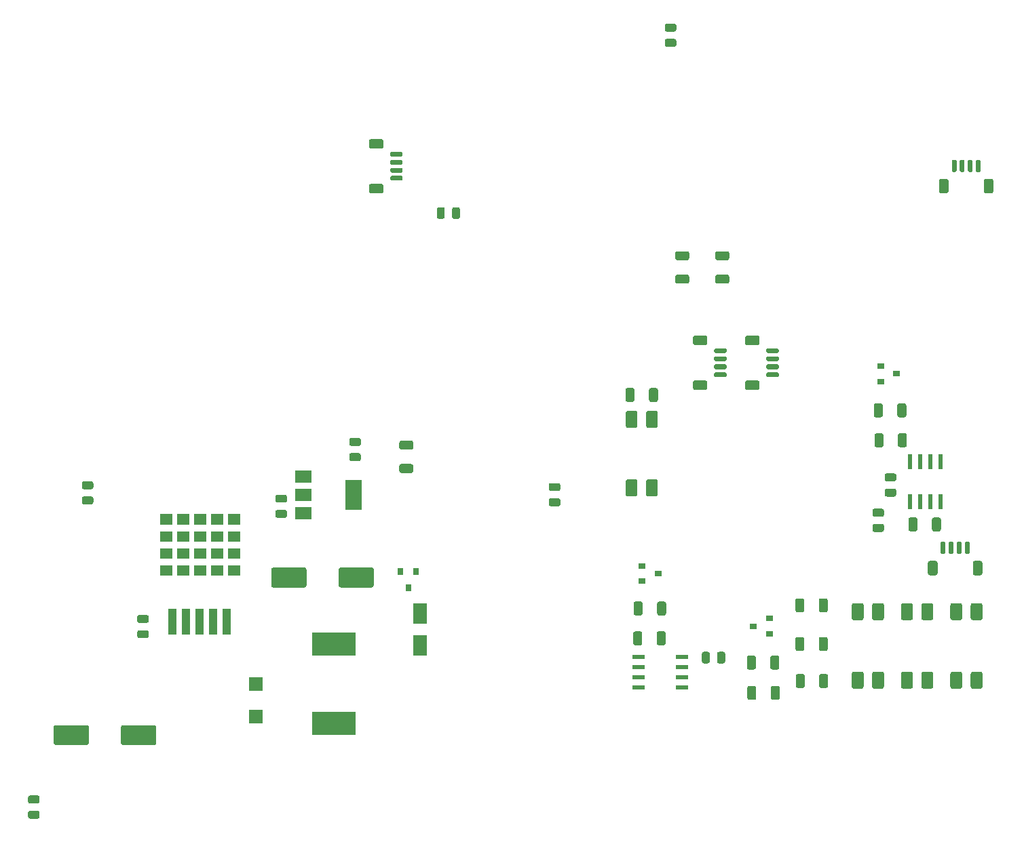
<source format=gbr>
%TF.GenerationSoftware,KiCad,Pcbnew,(5.1.9)-1*%
%TF.CreationDate,2022-03-17T08:19:33-06:00*%
%TF.ProjectId,AS13,41533133-2e6b-4696-9361-645f70636258,rev?*%
%TF.SameCoordinates,Original*%
%TF.FileFunction,Paste,Top*%
%TF.FilePolarity,Positive*%
%FSLAX46Y46*%
G04 Gerber Fmt 4.6, Leading zero omitted, Abs format (unit mm)*
G04 Created by KiCad (PCBNEW (5.1.9)-1) date 2022-03-17 08:19:33*
%MOMM*%
%LPD*%
G01*
G04 APERTURE LIST*
%ADD10C,0.010000*%
%ADD11R,0.900000X0.800000*%
%ADD12R,1.800000X1.800000*%
%ADD13R,0.530000X1.980000*%
%ADD14R,1.800000X2.500000*%
%ADD15R,2.000000X1.500000*%
%ADD16R,2.000000X3.800000*%
%ADD17R,1.050000X3.210000*%
%ADD18R,5.400000X2.900000*%
%ADD19R,1.550000X0.600000*%
%ADD20R,0.800000X0.900000*%
G04 APERTURE END LIST*
D10*
%TO.C,IC2*%
G36*
X75310000Y-136435000D02*
G01*
X75310000Y-135175000D01*
X76730000Y-135175000D01*
X76730000Y-136435000D01*
X75310000Y-136435000D01*
G37*
X75310000Y-136435000D02*
X75310000Y-135175000D01*
X76730000Y-135175000D01*
X76730000Y-136435000D01*
X75310000Y-136435000D01*
G36*
X73200000Y-136435000D02*
G01*
X73200000Y-135175000D01*
X74620000Y-135175000D01*
X74620000Y-136435000D01*
X73200000Y-136435000D01*
G37*
X73200000Y-136435000D02*
X73200000Y-135175000D01*
X74620000Y-135175000D01*
X74620000Y-136435000D01*
X73200000Y-136435000D01*
G36*
X66870000Y-134315000D02*
G01*
X66870000Y-133055000D01*
X68290000Y-133055000D01*
X68290000Y-134315000D01*
X66870000Y-134315000D01*
G37*
X66870000Y-134315000D02*
X66870000Y-133055000D01*
X68290000Y-133055000D01*
X68290000Y-134315000D01*
X66870000Y-134315000D01*
G36*
X66870000Y-136435000D02*
G01*
X66870000Y-135175000D01*
X68290000Y-135175000D01*
X68290000Y-136435000D01*
X66870000Y-136435000D01*
G37*
X66870000Y-136435000D02*
X66870000Y-135175000D01*
X68290000Y-135175000D01*
X68290000Y-136435000D01*
X66870000Y-136435000D01*
G36*
X68980000Y-136435000D02*
G01*
X68980000Y-135175000D01*
X70400000Y-135175000D01*
X70400000Y-136435000D01*
X68980000Y-136435000D01*
G37*
X68980000Y-136435000D02*
X68980000Y-135175000D01*
X70400000Y-135175000D01*
X70400000Y-136435000D01*
X68980000Y-136435000D01*
G36*
X68980000Y-134315000D02*
G01*
X68980000Y-133055000D01*
X70400000Y-133055000D01*
X70400000Y-134315000D01*
X68980000Y-134315000D01*
G37*
X68980000Y-134315000D02*
X68980000Y-133055000D01*
X70400000Y-133055000D01*
X70400000Y-134315000D01*
X68980000Y-134315000D01*
G36*
X75310000Y-134315000D02*
G01*
X75310000Y-133055000D01*
X76730000Y-133055000D01*
X76730000Y-134315000D01*
X75310000Y-134315000D01*
G37*
X75310000Y-134315000D02*
X75310000Y-133055000D01*
X76730000Y-133055000D01*
X76730000Y-134315000D01*
X75310000Y-134315000D01*
G36*
X73200000Y-134315000D02*
G01*
X73200000Y-133055000D01*
X74620000Y-133055000D01*
X74620000Y-134315000D01*
X73200000Y-134315000D01*
G37*
X73200000Y-134315000D02*
X73200000Y-133055000D01*
X74620000Y-133055000D01*
X74620000Y-134315000D01*
X73200000Y-134315000D01*
G36*
X75310000Y-130075000D02*
G01*
X75310000Y-128815000D01*
X76730000Y-128815000D01*
X76730000Y-130075000D01*
X75310000Y-130075000D01*
G37*
X75310000Y-130075000D02*
X75310000Y-128815000D01*
X76730000Y-128815000D01*
X76730000Y-130075000D01*
X75310000Y-130075000D01*
G36*
X73200000Y-130075000D02*
G01*
X73200000Y-128815000D01*
X74620000Y-128815000D01*
X74620000Y-130075000D01*
X73200000Y-130075000D01*
G37*
X73200000Y-130075000D02*
X73200000Y-128815000D01*
X74620000Y-128815000D01*
X74620000Y-130075000D01*
X73200000Y-130075000D01*
G36*
X66870000Y-130075000D02*
G01*
X66870000Y-128815000D01*
X68290000Y-128815000D01*
X68290000Y-130075000D01*
X66870000Y-130075000D01*
G37*
X66870000Y-130075000D02*
X66870000Y-128815000D01*
X68290000Y-128815000D01*
X68290000Y-130075000D01*
X66870000Y-130075000D01*
G36*
X68980000Y-130075000D02*
G01*
X68980000Y-128815000D01*
X70400000Y-128815000D01*
X70400000Y-130075000D01*
X68980000Y-130075000D01*
G37*
X68980000Y-130075000D02*
X68980000Y-128815000D01*
X70400000Y-128815000D01*
X70400000Y-130075000D01*
X68980000Y-130075000D01*
G36*
X75310000Y-132195000D02*
G01*
X75310000Y-130935000D01*
X76730000Y-130935000D01*
X76730000Y-132195000D01*
X75310000Y-132195000D01*
G37*
X75310000Y-132195000D02*
X75310000Y-130935000D01*
X76730000Y-130935000D01*
X76730000Y-132195000D01*
X75310000Y-132195000D01*
G36*
X73200000Y-132195000D02*
G01*
X73200000Y-130935000D01*
X74620000Y-130935000D01*
X74620000Y-132195000D01*
X73200000Y-132195000D01*
G37*
X73200000Y-132195000D02*
X73200000Y-130935000D01*
X74620000Y-130935000D01*
X74620000Y-132195000D01*
X73200000Y-132195000D01*
G36*
X66870000Y-132195000D02*
G01*
X66870000Y-130935000D01*
X68290000Y-130935000D01*
X68290000Y-132195000D01*
X66870000Y-132195000D01*
G37*
X66870000Y-132195000D02*
X66870000Y-130935000D01*
X68290000Y-130935000D01*
X68290000Y-132195000D01*
X66870000Y-132195000D01*
G36*
X68980000Y-132195000D02*
G01*
X68980000Y-130935000D01*
X70400000Y-130935000D01*
X70400000Y-132195000D01*
X68980000Y-132195000D01*
G37*
X68980000Y-132195000D02*
X68980000Y-130935000D01*
X70400000Y-130935000D01*
X70400000Y-132195000D01*
X68980000Y-132195000D01*
G36*
X71090000Y-136435000D02*
G01*
X71090000Y-135175000D01*
X72510000Y-135175000D01*
X72510000Y-136435000D01*
X71090000Y-136435000D01*
G37*
X71090000Y-136435000D02*
X71090000Y-135175000D01*
X72510000Y-135175000D01*
X72510000Y-136435000D01*
X71090000Y-136435000D01*
G36*
X71090000Y-134315000D02*
G01*
X71090000Y-133055000D01*
X72510000Y-133055000D01*
X72510000Y-134315000D01*
X71090000Y-134315000D01*
G37*
X71090000Y-134315000D02*
X71090000Y-133055000D01*
X72510000Y-133055000D01*
X72510000Y-134315000D01*
X71090000Y-134315000D01*
G36*
X71090000Y-130075000D02*
G01*
X71090000Y-128815000D01*
X72510000Y-128815000D01*
X72510000Y-130075000D01*
X71090000Y-130075000D01*
G37*
X71090000Y-130075000D02*
X71090000Y-128815000D01*
X72510000Y-128815000D01*
X72510000Y-130075000D01*
X71090000Y-130075000D01*
G36*
X71090000Y-132195000D02*
G01*
X71090000Y-130935000D01*
X72510000Y-130935000D01*
X72510000Y-132195000D01*
X71090000Y-132195000D01*
G37*
X71090000Y-132195000D02*
X71090000Y-130935000D01*
X72510000Y-130935000D01*
X72510000Y-132195000D01*
X71090000Y-132195000D01*
%TD*%
%TO.C,R12*%
G36*
G01*
X98200002Y-120750000D02*
X96949998Y-120750000D01*
G75*
G02*
X96700000Y-120500002I0J249998D01*
G01*
X96700000Y-119874998D01*
G75*
G02*
X96949998Y-119625000I249998J0D01*
G01*
X98200002Y-119625000D01*
G75*
G02*
X98450000Y-119874998I0J-249998D01*
G01*
X98450000Y-120500002D01*
G75*
G02*
X98200002Y-120750000I-249998J0D01*
G01*
G37*
G36*
G01*
X98200002Y-123675000D02*
X96949998Y-123675000D01*
G75*
G02*
X96700000Y-123425002I0J249998D01*
G01*
X96700000Y-122799998D01*
G75*
G02*
X96949998Y-122550000I249998J0D01*
G01*
X98200002Y-122550000D01*
G75*
G02*
X98450000Y-122799998I0J-249998D01*
G01*
X98450000Y-123425002D01*
G75*
G02*
X98200002Y-123675000I-249998J0D01*
G01*
G37*
%TD*%
%TO.C,R14*%
G36*
G01*
X142987600Y-147970402D02*
X142987600Y-146720398D01*
G75*
G02*
X143237598Y-146470400I249998J0D01*
G01*
X143862602Y-146470400D01*
G75*
G02*
X144112600Y-146720398I0J-249998D01*
G01*
X144112600Y-147970402D01*
G75*
G02*
X143862602Y-148220400I-249998J0D01*
G01*
X143237598Y-148220400D01*
G75*
G02*
X142987600Y-147970402I0J249998D01*
G01*
G37*
G36*
G01*
X140062600Y-147970402D02*
X140062600Y-146720398D01*
G75*
G02*
X140312598Y-146470400I249998J0D01*
G01*
X140937602Y-146470400D01*
G75*
G02*
X141187600Y-146720398I0J-249998D01*
G01*
X141187600Y-147970402D01*
G75*
G02*
X140937602Y-148220400I-249998J0D01*
G01*
X140312598Y-148220400D01*
G75*
G02*
X140062600Y-147970402I0J249998D01*
G01*
G37*
%TD*%
%TO.C,R13*%
G36*
G01*
X143038400Y-151755002D02*
X143038400Y-150504998D01*
G75*
G02*
X143288398Y-150255000I249998J0D01*
G01*
X143913402Y-150255000D01*
G75*
G02*
X144163400Y-150504998I0J-249998D01*
G01*
X144163400Y-151755002D01*
G75*
G02*
X143913402Y-152005000I-249998J0D01*
G01*
X143288398Y-152005000D01*
G75*
G02*
X143038400Y-151755002I0J249998D01*
G01*
G37*
G36*
G01*
X140113400Y-151755002D02*
X140113400Y-150504998D01*
G75*
G02*
X140363398Y-150255000I249998J0D01*
G01*
X140988402Y-150255000D01*
G75*
G02*
X141238400Y-150504998I0J-249998D01*
G01*
X141238400Y-151755002D01*
G75*
G02*
X140988402Y-152005000I-249998J0D01*
G01*
X140363398Y-152005000D01*
G75*
G02*
X140113400Y-151755002I0J249998D01*
G01*
G37*
%TD*%
%TO.C,R9*%
G36*
G01*
X128865200Y-141214002D02*
X128865200Y-139963998D01*
G75*
G02*
X129115198Y-139714000I249998J0D01*
G01*
X129740202Y-139714000D01*
G75*
G02*
X129990200Y-139963998I0J-249998D01*
G01*
X129990200Y-141214002D01*
G75*
G02*
X129740202Y-141464000I-249998J0D01*
G01*
X129115198Y-141464000D01*
G75*
G02*
X128865200Y-141214002I0J249998D01*
G01*
G37*
G36*
G01*
X125940200Y-141214002D02*
X125940200Y-139963998D01*
G75*
G02*
X126190198Y-139714000I249998J0D01*
G01*
X126815202Y-139714000D01*
G75*
G02*
X127065200Y-139963998I0J-249998D01*
G01*
X127065200Y-141214002D01*
G75*
G02*
X126815202Y-141464000I-249998J0D01*
G01*
X126190198Y-141464000D01*
G75*
G02*
X125940200Y-141214002I0J249998D01*
G01*
G37*
%TD*%
%TO.C,R8*%
G36*
G01*
X128814400Y-144947802D02*
X128814400Y-143697798D01*
G75*
G02*
X129064398Y-143447800I249998J0D01*
G01*
X129689402Y-143447800D01*
G75*
G02*
X129939400Y-143697798I0J-249998D01*
G01*
X129939400Y-144947802D01*
G75*
G02*
X129689402Y-145197800I-249998J0D01*
G01*
X129064398Y-145197800D01*
G75*
G02*
X128814400Y-144947802I0J249998D01*
G01*
G37*
G36*
G01*
X125889400Y-144947802D02*
X125889400Y-143697798D01*
G75*
G02*
X126139398Y-143447800I249998J0D01*
G01*
X126764402Y-143447800D01*
G75*
G02*
X127014400Y-143697798I0J-249998D01*
G01*
X127014400Y-144947802D01*
G75*
G02*
X126764402Y-145197800I-249998J0D01*
G01*
X126139398Y-145197800D01*
G75*
G02*
X125889400Y-144947802I0J249998D01*
G01*
G37*
%TD*%
%TO.C,R7*%
G36*
G01*
X158837200Y-116474402D02*
X158837200Y-115224398D01*
G75*
G02*
X159087198Y-114974400I249998J0D01*
G01*
X159712202Y-114974400D01*
G75*
G02*
X159962200Y-115224398I0J-249998D01*
G01*
X159962200Y-116474402D01*
G75*
G02*
X159712202Y-116724400I-249998J0D01*
G01*
X159087198Y-116724400D01*
G75*
G02*
X158837200Y-116474402I0J249998D01*
G01*
G37*
G36*
G01*
X155912200Y-116474402D02*
X155912200Y-115224398D01*
G75*
G02*
X156162198Y-114974400I249998J0D01*
G01*
X156787202Y-114974400D01*
G75*
G02*
X157037200Y-115224398I0J-249998D01*
G01*
X157037200Y-116474402D01*
G75*
G02*
X156787202Y-116724400I-249998J0D01*
G01*
X156162198Y-116724400D01*
G75*
G02*
X155912200Y-116474402I0J249998D01*
G01*
G37*
%TD*%
%TO.C,R6*%
G36*
G01*
X158913400Y-120208202D02*
X158913400Y-118958198D01*
G75*
G02*
X159163398Y-118708200I249998J0D01*
G01*
X159788402Y-118708200D01*
G75*
G02*
X160038400Y-118958198I0J-249998D01*
G01*
X160038400Y-120208202D01*
G75*
G02*
X159788402Y-120458200I-249998J0D01*
G01*
X159163398Y-120458200D01*
G75*
G02*
X158913400Y-120208202I0J249998D01*
G01*
G37*
G36*
G01*
X155988400Y-120208202D02*
X155988400Y-118958198D01*
G75*
G02*
X156238398Y-118708200I249998J0D01*
G01*
X156863402Y-118708200D01*
G75*
G02*
X157113400Y-118958198I0J-249998D01*
G01*
X157113400Y-120208202D01*
G75*
G02*
X156863402Y-120458200I-249998J0D01*
G01*
X156238398Y-120458200D01*
G75*
G02*
X155988400Y-120208202I0J249998D01*
G01*
G37*
%TD*%
D11*
%TO.C,D6*%
X140884400Y-142798800D03*
X142884400Y-141848800D03*
X142884400Y-143748800D03*
%TD*%
%TO.C,D2*%
X158759400Y-111277400D03*
X156759400Y-112227400D03*
X156759400Y-110327400D03*
%TD*%
%TO.C,D1*%
X128990600Y-136220200D03*
X126990600Y-137170200D03*
X126990600Y-135270200D03*
%TD*%
%TO.C,R3*%
G36*
G01*
X149041600Y-140823402D02*
X149041600Y-139573398D01*
G75*
G02*
X149291598Y-139323400I249998J0D01*
G01*
X149916602Y-139323400D01*
G75*
G02*
X150166600Y-139573398I0J-249998D01*
G01*
X150166600Y-140823402D01*
G75*
G02*
X149916602Y-141073400I-249998J0D01*
G01*
X149291598Y-141073400D01*
G75*
G02*
X149041600Y-140823402I0J249998D01*
G01*
G37*
G36*
G01*
X146116600Y-140823402D02*
X146116600Y-139573398D01*
G75*
G02*
X146366598Y-139323400I249998J0D01*
G01*
X146991602Y-139323400D01*
G75*
G02*
X147241600Y-139573398I0J-249998D01*
G01*
X147241600Y-140823402D01*
G75*
G02*
X146991602Y-141073400I-249998J0D01*
G01*
X146366598Y-141073400D01*
G75*
G02*
X146116600Y-140823402I0J249998D01*
G01*
G37*
%TD*%
%TO.C,R2*%
G36*
G01*
X149041600Y-145649402D02*
X149041600Y-144399398D01*
G75*
G02*
X149291598Y-144149400I249998J0D01*
G01*
X149916602Y-144149400D01*
G75*
G02*
X150166600Y-144399398I0J-249998D01*
G01*
X150166600Y-145649402D01*
G75*
G02*
X149916602Y-145899400I-249998J0D01*
G01*
X149291598Y-145899400D01*
G75*
G02*
X149041600Y-145649402I0J249998D01*
G01*
G37*
G36*
G01*
X146116600Y-145649402D02*
X146116600Y-144399398D01*
G75*
G02*
X146366598Y-144149400I249998J0D01*
G01*
X146991602Y-144149400D01*
G75*
G02*
X147241600Y-144399398I0J-249998D01*
G01*
X147241600Y-145649402D01*
G75*
G02*
X146991602Y-145899400I-249998J0D01*
G01*
X146366598Y-145899400D01*
G75*
G02*
X146116600Y-145649402I0J249998D01*
G01*
G37*
%TD*%
%TO.C,R1*%
G36*
G01*
X149092400Y-150272202D02*
X149092400Y-149022198D01*
G75*
G02*
X149342398Y-148772200I249998J0D01*
G01*
X149967402Y-148772200D01*
G75*
G02*
X150217400Y-149022198I0J-249998D01*
G01*
X150217400Y-150272202D01*
G75*
G02*
X149967402Y-150522200I-249998J0D01*
G01*
X149342398Y-150522200D01*
G75*
G02*
X149092400Y-150272202I0J249998D01*
G01*
G37*
G36*
G01*
X146167400Y-150272202D02*
X146167400Y-149022198D01*
G75*
G02*
X146417398Y-148772200I249998J0D01*
G01*
X147042402Y-148772200D01*
G75*
G02*
X147292400Y-149022198I0J-249998D01*
G01*
X147292400Y-150272202D01*
G75*
G02*
X147042402Y-150522200I-249998J0D01*
G01*
X146417398Y-150522200D01*
G75*
G02*
X146167400Y-150272202I0J249998D01*
G01*
G37*
%TD*%
%TO.C,R11*%
G36*
G01*
X131374997Y-98900000D02*
X132625003Y-98900000D01*
G75*
G02*
X132875000Y-99149997I0J-249997D01*
G01*
X132875000Y-99775003D01*
G75*
G02*
X132625003Y-100025000I-249997J0D01*
G01*
X131374997Y-100025000D01*
G75*
G02*
X131125000Y-99775003I0J249997D01*
G01*
X131125000Y-99149997D01*
G75*
G02*
X131374997Y-98900000I249997J0D01*
G01*
G37*
G36*
G01*
X131374997Y-95975000D02*
X132625003Y-95975000D01*
G75*
G02*
X132875000Y-96224997I0J-249997D01*
G01*
X132875000Y-96850003D01*
G75*
G02*
X132625003Y-97100000I-249997J0D01*
G01*
X131374997Y-97100000D01*
G75*
G02*
X131125000Y-96850003I0J249997D01*
G01*
X131125000Y-96224997D01*
G75*
G02*
X131374997Y-95975000I249997J0D01*
G01*
G37*
%TD*%
%TO.C,R10*%
G36*
G01*
X136374997Y-98900000D02*
X137625003Y-98900000D01*
G75*
G02*
X137875000Y-99149997I0J-249997D01*
G01*
X137875000Y-99775003D01*
G75*
G02*
X137625003Y-100025000I-249997J0D01*
G01*
X136374997Y-100025000D01*
G75*
G02*
X136125000Y-99775003I0J249997D01*
G01*
X136125000Y-99149997D01*
G75*
G02*
X136374997Y-98900000I249997J0D01*
G01*
G37*
G36*
G01*
X136374997Y-95975000D02*
X137625003Y-95975000D01*
G75*
G02*
X137875000Y-96224997I0J-249997D01*
G01*
X137875000Y-96850003D01*
G75*
G02*
X137625003Y-97100000I-249997J0D01*
G01*
X136374997Y-97100000D01*
G75*
G02*
X136125000Y-96850003I0J249997D01*
G01*
X136125000Y-96224997D01*
G75*
G02*
X136374997Y-95975000I249997J0D01*
G01*
G37*
%TD*%
%TO.C,C2*%
G36*
G01*
X50625000Y-165850000D02*
X51575000Y-165850000D01*
G75*
G02*
X51825000Y-166100000I0J-250000D01*
G01*
X51825000Y-166600000D01*
G75*
G02*
X51575000Y-166850000I-250000J0D01*
G01*
X50625000Y-166850000D01*
G75*
G02*
X50375000Y-166600000I0J250000D01*
G01*
X50375000Y-166100000D01*
G75*
G02*
X50625000Y-165850000I250000J0D01*
G01*
G37*
G36*
G01*
X50625000Y-163950000D02*
X51575000Y-163950000D01*
G75*
G02*
X51825000Y-164200000I0J-250000D01*
G01*
X51825000Y-164700000D01*
G75*
G02*
X51575000Y-164950000I-250000J0D01*
G01*
X50625000Y-164950000D01*
G75*
G02*
X50375000Y-164700000I0J250000D01*
G01*
X50375000Y-164200000D01*
G75*
G02*
X50625000Y-163950000I250000J0D01*
G01*
G37*
%TD*%
%TO.C,J2*%
G36*
G01*
X163852500Y-134892899D02*
X163852500Y-136192901D01*
G75*
G02*
X163602501Y-136442900I-249999J0D01*
G01*
X162902499Y-136442900D01*
G75*
G02*
X162652500Y-136192901I0J249999D01*
G01*
X162652500Y-134892899D01*
G75*
G02*
X162902499Y-134642900I249999J0D01*
G01*
X163602501Y-134642900D01*
G75*
G02*
X163852500Y-134892899I0J-249999D01*
G01*
G37*
G36*
G01*
X169452500Y-134892899D02*
X169452500Y-136192901D01*
G75*
G02*
X169202501Y-136442900I-249999J0D01*
G01*
X168502499Y-136442900D01*
G75*
G02*
X168252500Y-136192901I0J249999D01*
G01*
X168252500Y-134892899D01*
G75*
G02*
X168502499Y-134642900I249999J0D01*
G01*
X169202501Y-134642900D01*
G75*
G02*
X169452500Y-134892899I0J-249999D01*
G01*
G37*
G36*
G01*
X164852500Y-132392900D02*
X164852500Y-133642900D01*
G75*
G02*
X164702500Y-133792900I-150000J0D01*
G01*
X164402500Y-133792900D01*
G75*
G02*
X164252500Y-133642900I0J150000D01*
G01*
X164252500Y-132392900D01*
G75*
G02*
X164402500Y-132242900I150000J0D01*
G01*
X164702500Y-132242900D01*
G75*
G02*
X164852500Y-132392900I0J-150000D01*
G01*
G37*
G36*
G01*
X165852500Y-132392900D02*
X165852500Y-133642900D01*
G75*
G02*
X165702500Y-133792900I-150000J0D01*
G01*
X165402500Y-133792900D01*
G75*
G02*
X165252500Y-133642900I0J150000D01*
G01*
X165252500Y-132392900D01*
G75*
G02*
X165402500Y-132242900I150000J0D01*
G01*
X165702500Y-132242900D01*
G75*
G02*
X165852500Y-132392900I0J-150000D01*
G01*
G37*
G36*
G01*
X166852500Y-132392900D02*
X166852500Y-133642900D01*
G75*
G02*
X166702500Y-133792900I-150000J0D01*
G01*
X166402500Y-133792900D01*
G75*
G02*
X166252500Y-133642900I0J150000D01*
G01*
X166252500Y-132392900D01*
G75*
G02*
X166402500Y-132242900I150000J0D01*
G01*
X166702500Y-132242900D01*
G75*
G02*
X166852500Y-132392900I0J-150000D01*
G01*
G37*
G36*
G01*
X167852500Y-132392900D02*
X167852500Y-133642900D01*
G75*
G02*
X167702500Y-133792900I-150000J0D01*
G01*
X167402500Y-133792900D01*
G75*
G02*
X167252500Y-133642900I0J150000D01*
G01*
X167252500Y-132392900D01*
G75*
G02*
X167402500Y-132242900I150000J0D01*
G01*
X167702500Y-132242900D01*
G75*
G02*
X167852500Y-132392900I0J-150000D01*
G01*
G37*
%TD*%
%TO.C,C5*%
G36*
G01*
X156939000Y-129130400D02*
X155989000Y-129130400D01*
G75*
G02*
X155739000Y-128880400I0J250000D01*
G01*
X155739000Y-128380400D01*
G75*
G02*
X155989000Y-128130400I250000J0D01*
G01*
X156939000Y-128130400D01*
G75*
G02*
X157189000Y-128380400I0J-250000D01*
G01*
X157189000Y-128880400D01*
G75*
G02*
X156939000Y-129130400I-250000J0D01*
G01*
G37*
G36*
G01*
X156939000Y-131030400D02*
X155989000Y-131030400D01*
G75*
G02*
X155739000Y-130780400I0J250000D01*
G01*
X155739000Y-130280400D01*
G75*
G02*
X155989000Y-130030400I250000J0D01*
G01*
X156939000Y-130030400D01*
G75*
G02*
X157189000Y-130280400I0J-250000D01*
G01*
X157189000Y-130780400D01*
G75*
G02*
X156939000Y-131030400I-250000J0D01*
G01*
G37*
%TD*%
D12*
%TO.C,D3*%
X78779000Y-150055200D03*
X78779000Y-154055200D03*
%TD*%
D13*
%TO.C,U1*%
X164235160Y-127227420D03*
X162965160Y-127227420D03*
X161695160Y-127227420D03*
X160425160Y-127227420D03*
X160425160Y-122297420D03*
X161695160Y-122297420D03*
X162965160Y-122297420D03*
X164235160Y-122297420D03*
%TD*%
%TO.C,C6*%
G36*
G01*
X82440800Y-127377800D02*
X81490800Y-127377800D01*
G75*
G02*
X81240800Y-127127800I0J250000D01*
G01*
X81240800Y-126627800D01*
G75*
G02*
X81490800Y-126377800I250000J0D01*
G01*
X82440800Y-126377800D01*
G75*
G02*
X82690800Y-126627800I0J-250000D01*
G01*
X82690800Y-127127800D01*
G75*
G02*
X82440800Y-127377800I-250000J0D01*
G01*
G37*
G36*
G01*
X82440800Y-129277800D02*
X81490800Y-129277800D01*
G75*
G02*
X81240800Y-129027800I0J250000D01*
G01*
X81240800Y-128527800D01*
G75*
G02*
X81490800Y-128277800I250000J0D01*
G01*
X82440800Y-128277800D01*
G75*
G02*
X82690800Y-128527800I0J-250000D01*
G01*
X82690800Y-129027800D01*
G75*
G02*
X82440800Y-129277800I-250000J0D01*
G01*
G37*
%TD*%
D14*
%TO.C,D5*%
X99260660Y-141184640D03*
X99260660Y-145184640D03*
%TD*%
D15*
%TO.C,IC1*%
X84708600Y-124130800D03*
X84708600Y-128730800D03*
X84708600Y-126430800D03*
D16*
X91008600Y-126430800D03*
%TD*%
D17*
%TO.C,IC2*%
X75200000Y-142255000D03*
X73500000Y-142255000D03*
X71800000Y-142255000D03*
X70100000Y-142255000D03*
X68400000Y-142255000D03*
%TD*%
%TO.C,C8*%
G36*
G01*
X65200000Y-142400000D02*
X64250000Y-142400000D01*
G75*
G02*
X64000000Y-142150000I0J250000D01*
G01*
X64000000Y-141650000D01*
G75*
G02*
X64250000Y-141400000I250000J0D01*
G01*
X65200000Y-141400000D01*
G75*
G02*
X65450000Y-141650000I0J-250000D01*
G01*
X65450000Y-142150000D01*
G75*
G02*
X65200000Y-142400000I-250000J0D01*
G01*
G37*
G36*
G01*
X65200000Y-144300000D02*
X64250000Y-144300000D01*
G75*
G02*
X64000000Y-144050000I0J250000D01*
G01*
X64000000Y-143550000D01*
G75*
G02*
X64250000Y-143300000I250000J0D01*
G01*
X65200000Y-143300000D01*
G75*
G02*
X65450000Y-143550000I0J-250000D01*
G01*
X65450000Y-144050000D01*
G75*
G02*
X65200000Y-144300000I-250000J0D01*
G01*
G37*
%TD*%
D18*
%TO.C,L1*%
X88544400Y-145026600D03*
X88544400Y-154926600D03*
%TD*%
%TO.C,C11*%
G36*
G01*
X85122000Y-135717800D02*
X85122000Y-137717800D01*
G75*
G02*
X84872000Y-137967800I-250000J0D01*
G01*
X80972000Y-137967800D01*
G75*
G02*
X80722000Y-137717800I0J250000D01*
G01*
X80722000Y-135717800D01*
G75*
G02*
X80972000Y-135467800I250000J0D01*
G01*
X84872000Y-135467800D01*
G75*
G02*
X85122000Y-135717800I0J-250000D01*
G01*
G37*
G36*
G01*
X93522000Y-135717800D02*
X93522000Y-137717800D01*
G75*
G02*
X93272000Y-137967800I-250000J0D01*
G01*
X89372000Y-137967800D01*
G75*
G02*
X89122000Y-137717800I0J250000D01*
G01*
X89122000Y-135717800D01*
G75*
G02*
X89372000Y-135467800I250000J0D01*
G01*
X93272000Y-135467800D01*
G75*
G02*
X93522000Y-135717800I0J-250000D01*
G01*
G37*
%TD*%
%TO.C,C9*%
G36*
G01*
X57969400Y-155402800D02*
X57969400Y-157402800D01*
G75*
G02*
X57719400Y-157652800I-250000J0D01*
G01*
X53819400Y-157652800D01*
G75*
G02*
X53569400Y-157402800I0J250000D01*
G01*
X53569400Y-155402800D01*
G75*
G02*
X53819400Y-155152800I250000J0D01*
G01*
X57719400Y-155152800D01*
G75*
G02*
X57969400Y-155402800I0J-250000D01*
G01*
G37*
G36*
G01*
X66369400Y-155402800D02*
X66369400Y-157402800D01*
G75*
G02*
X66119400Y-157652800I-250000J0D01*
G01*
X62219400Y-157652800D01*
G75*
G02*
X61969400Y-157402800I0J250000D01*
G01*
X61969400Y-155402800D01*
G75*
G02*
X62219400Y-155152800I250000J0D01*
G01*
X66119400Y-155152800D01*
G75*
G02*
X66369400Y-155402800I0J-250000D01*
G01*
G37*
%TD*%
%TO.C,R4*%
G36*
G01*
X127850000Y-114550003D02*
X127850000Y-113299997D01*
G75*
G02*
X128099997Y-113050000I249997J0D01*
G01*
X128725003Y-113050000D01*
G75*
G02*
X128975000Y-113299997I0J-249997D01*
G01*
X128975000Y-114550003D01*
G75*
G02*
X128725003Y-114800000I-249997J0D01*
G01*
X128099997Y-114800000D01*
G75*
G02*
X127850000Y-114550003I0J249997D01*
G01*
G37*
G36*
G01*
X124925000Y-114550003D02*
X124925000Y-113299997D01*
G75*
G02*
X125174997Y-113050000I249997J0D01*
G01*
X125800003Y-113050000D01*
G75*
G02*
X126050000Y-113299997I0J-249997D01*
G01*
X126050000Y-114550003D01*
G75*
G02*
X125800003Y-114800000I-249997J0D01*
G01*
X125174997Y-114800000D01*
G75*
G02*
X124925000Y-114550003I0J249997D01*
G01*
G37*
%TD*%
%TO.C,R5*%
G36*
G01*
X161355200Y-129473557D02*
X161355200Y-130723563D01*
G75*
G02*
X161105203Y-130973560I-249997J0D01*
G01*
X160480197Y-130973560D01*
G75*
G02*
X160230200Y-130723563I0J249997D01*
G01*
X160230200Y-129473557D01*
G75*
G02*
X160480197Y-129223560I249997J0D01*
G01*
X161105203Y-129223560D01*
G75*
G02*
X161355200Y-129473557I0J-249997D01*
G01*
G37*
G36*
G01*
X164280200Y-129473557D02*
X164280200Y-130723563D01*
G75*
G02*
X164030203Y-130973560I-249997J0D01*
G01*
X163405197Y-130973560D01*
G75*
G02*
X163155200Y-130723563I0J249997D01*
G01*
X163155200Y-129473557D01*
G75*
G02*
X163405197Y-129223560I249997J0D01*
G01*
X164030203Y-129223560D01*
G75*
G02*
X164280200Y-129473557I0J-249997D01*
G01*
G37*
%TD*%
%TO.C,U5*%
G36*
G01*
X127746400Y-124455000D02*
X128693600Y-124455000D01*
G75*
G02*
X128960000Y-124721400I0J-266400D01*
G01*
X128960000Y-126338600D01*
G75*
G02*
X128693600Y-126605000I-266400J0D01*
G01*
X127746400Y-126605000D01*
G75*
G02*
X127480000Y-126338600I0J266400D01*
G01*
X127480000Y-124721400D01*
G75*
G02*
X127746400Y-124455000I266400J0D01*
G01*
G37*
G36*
G01*
X125206400Y-124455000D02*
X126153600Y-124455000D01*
G75*
G02*
X126420000Y-124721400I0J-266400D01*
G01*
X126420000Y-126338600D01*
G75*
G02*
X126153600Y-126605000I-266400J0D01*
G01*
X125206400Y-126605000D01*
G75*
G02*
X124940000Y-126338600I0J266400D01*
G01*
X124940000Y-124721400D01*
G75*
G02*
X125206400Y-124455000I266400J0D01*
G01*
G37*
G36*
G01*
X125206400Y-115895000D02*
X126153600Y-115895000D01*
G75*
G02*
X126420000Y-116161400I0J-266400D01*
G01*
X126420000Y-117778600D01*
G75*
G02*
X126153600Y-118045000I-266400J0D01*
G01*
X125206400Y-118045000D01*
G75*
G02*
X124940000Y-117778600I0J266400D01*
G01*
X124940000Y-116161400D01*
G75*
G02*
X125206400Y-115895000I266400J0D01*
G01*
G37*
G36*
G01*
X127746400Y-115895000D02*
X128693600Y-115895000D01*
G75*
G02*
X128960000Y-116161400I0J-266400D01*
G01*
X128960000Y-117778600D01*
G75*
G02*
X128693600Y-118045000I-266400J0D01*
G01*
X127746400Y-118045000D01*
G75*
G02*
X127480000Y-117778600I0J266400D01*
G01*
X127480000Y-116161400D01*
G75*
G02*
X127746400Y-115895000I266400J0D01*
G01*
G37*
%TD*%
%TO.C,C4*%
G36*
G01*
X136350000Y-147200000D02*
X136350000Y-146250000D01*
G75*
G02*
X136600000Y-146000000I250000J0D01*
G01*
X137100000Y-146000000D01*
G75*
G02*
X137350000Y-146250000I0J-250000D01*
G01*
X137350000Y-147200000D01*
G75*
G02*
X137100000Y-147450000I-250000J0D01*
G01*
X136600000Y-147450000D01*
G75*
G02*
X136350000Y-147200000I0J250000D01*
G01*
G37*
G36*
G01*
X134450000Y-147200000D02*
X134450000Y-146250000D01*
G75*
G02*
X134700000Y-146000000I250000J0D01*
G01*
X135200000Y-146000000D01*
G75*
G02*
X135450000Y-146250000I0J-250000D01*
G01*
X135450000Y-147200000D01*
G75*
G02*
X135200000Y-147450000I-250000J0D01*
G01*
X134700000Y-147450000D01*
G75*
G02*
X134450000Y-147200000I0J250000D01*
G01*
G37*
%TD*%
%TO.C,C3*%
G36*
G01*
X57335400Y-126601400D02*
X58285400Y-126601400D01*
G75*
G02*
X58535400Y-126851400I0J-250000D01*
G01*
X58535400Y-127351400D01*
G75*
G02*
X58285400Y-127601400I-250000J0D01*
G01*
X57335400Y-127601400D01*
G75*
G02*
X57085400Y-127351400I0J250000D01*
G01*
X57085400Y-126851400D01*
G75*
G02*
X57335400Y-126601400I250000J0D01*
G01*
G37*
G36*
G01*
X57335400Y-124701400D02*
X58285400Y-124701400D01*
G75*
G02*
X58535400Y-124951400I0J-250000D01*
G01*
X58535400Y-125451400D01*
G75*
G02*
X58285400Y-125701400I-250000J0D01*
G01*
X57335400Y-125701400D01*
G75*
G02*
X57085400Y-125451400I0J250000D01*
G01*
X57085400Y-124951400D01*
G75*
G02*
X57335400Y-124701400I250000J0D01*
G01*
G37*
%TD*%
D19*
%TO.C,U6*%
X131950000Y-150430000D03*
X131950000Y-149160000D03*
X131950000Y-146620000D03*
X126550000Y-150430000D03*
X126550000Y-149160000D03*
X126550000Y-146620000D03*
X131950000Y-147890000D03*
X126550000Y-147890000D03*
%TD*%
%TO.C,U3*%
G36*
G01*
X160515600Y-142063000D02*
X159568400Y-142063000D01*
G75*
G02*
X159302000Y-141796600I0J266400D01*
G01*
X159302000Y-140179400D01*
G75*
G02*
X159568400Y-139913000I266400J0D01*
G01*
X160515600Y-139913000D01*
G75*
G02*
X160782000Y-140179400I0J-266400D01*
G01*
X160782000Y-141796600D01*
G75*
G02*
X160515600Y-142063000I-266400J0D01*
G01*
G37*
G36*
G01*
X163055600Y-142063000D02*
X162108400Y-142063000D01*
G75*
G02*
X161842000Y-141796600I0J266400D01*
G01*
X161842000Y-140179400D01*
G75*
G02*
X162108400Y-139913000I266400J0D01*
G01*
X163055600Y-139913000D01*
G75*
G02*
X163322000Y-140179400I0J-266400D01*
G01*
X163322000Y-141796600D01*
G75*
G02*
X163055600Y-142063000I-266400J0D01*
G01*
G37*
G36*
G01*
X163055600Y-150623000D02*
X162108400Y-150623000D01*
G75*
G02*
X161842000Y-150356600I0J266400D01*
G01*
X161842000Y-148739400D01*
G75*
G02*
X162108400Y-148473000I266400J0D01*
G01*
X163055600Y-148473000D01*
G75*
G02*
X163322000Y-148739400I0J-266400D01*
G01*
X163322000Y-150356600D01*
G75*
G02*
X163055600Y-150623000I-266400J0D01*
G01*
G37*
G36*
G01*
X160515600Y-150623000D02*
X159568400Y-150623000D01*
G75*
G02*
X159302000Y-150356600I0J266400D01*
G01*
X159302000Y-148739400D01*
G75*
G02*
X159568400Y-148473000I266400J0D01*
G01*
X160515600Y-148473000D01*
G75*
G02*
X160782000Y-148739400I0J-266400D01*
G01*
X160782000Y-150356600D01*
G75*
G02*
X160515600Y-150623000I-266400J0D01*
G01*
G37*
%TD*%
%TO.C,U2*%
G36*
G01*
X154365600Y-142063000D02*
X153418400Y-142063000D01*
G75*
G02*
X153152000Y-141796600I0J266400D01*
G01*
X153152000Y-140179400D01*
G75*
G02*
X153418400Y-139913000I266400J0D01*
G01*
X154365600Y-139913000D01*
G75*
G02*
X154632000Y-140179400I0J-266400D01*
G01*
X154632000Y-141796600D01*
G75*
G02*
X154365600Y-142063000I-266400J0D01*
G01*
G37*
G36*
G01*
X156905600Y-142063000D02*
X155958400Y-142063000D01*
G75*
G02*
X155692000Y-141796600I0J266400D01*
G01*
X155692000Y-140179400D01*
G75*
G02*
X155958400Y-139913000I266400J0D01*
G01*
X156905600Y-139913000D01*
G75*
G02*
X157172000Y-140179400I0J-266400D01*
G01*
X157172000Y-141796600D01*
G75*
G02*
X156905600Y-142063000I-266400J0D01*
G01*
G37*
G36*
G01*
X156905600Y-150623000D02*
X155958400Y-150623000D01*
G75*
G02*
X155692000Y-150356600I0J266400D01*
G01*
X155692000Y-148739400D01*
G75*
G02*
X155958400Y-148473000I266400J0D01*
G01*
X156905600Y-148473000D01*
G75*
G02*
X157172000Y-148739400I0J-266400D01*
G01*
X157172000Y-150356600D01*
G75*
G02*
X156905600Y-150623000I-266400J0D01*
G01*
G37*
G36*
G01*
X154365600Y-150623000D02*
X153418400Y-150623000D01*
G75*
G02*
X153152000Y-150356600I0J266400D01*
G01*
X153152000Y-148739400D01*
G75*
G02*
X153418400Y-148473000I266400J0D01*
G01*
X154365600Y-148473000D01*
G75*
G02*
X154632000Y-148739400I0J-266400D01*
G01*
X154632000Y-150356600D01*
G75*
G02*
X154365600Y-150623000I-266400J0D01*
G01*
G37*
%TD*%
%TO.C,J19*%
G36*
G01*
X165230800Y-87189399D02*
X165230800Y-88489401D01*
G75*
G02*
X164980801Y-88739400I-249999J0D01*
G01*
X164280799Y-88739400D01*
G75*
G02*
X164030800Y-88489401I0J249999D01*
G01*
X164030800Y-87189399D01*
G75*
G02*
X164280799Y-86939400I249999J0D01*
G01*
X164980801Y-86939400D01*
G75*
G02*
X165230800Y-87189399I0J-249999D01*
G01*
G37*
G36*
G01*
X170830800Y-87189399D02*
X170830800Y-88489401D01*
G75*
G02*
X170580801Y-88739400I-249999J0D01*
G01*
X169880799Y-88739400D01*
G75*
G02*
X169630800Y-88489401I0J249999D01*
G01*
X169630800Y-87189399D01*
G75*
G02*
X169880799Y-86939400I249999J0D01*
G01*
X170580801Y-86939400D01*
G75*
G02*
X170830800Y-87189399I0J-249999D01*
G01*
G37*
G36*
G01*
X166230800Y-84689400D02*
X166230800Y-85939400D01*
G75*
G02*
X166080800Y-86089400I-150000J0D01*
G01*
X165780800Y-86089400D01*
G75*
G02*
X165630800Y-85939400I0J150000D01*
G01*
X165630800Y-84689400D01*
G75*
G02*
X165780800Y-84539400I150000J0D01*
G01*
X166080800Y-84539400D01*
G75*
G02*
X166230800Y-84689400I0J-150000D01*
G01*
G37*
G36*
G01*
X167230800Y-84689400D02*
X167230800Y-85939400D01*
G75*
G02*
X167080800Y-86089400I-150000J0D01*
G01*
X166780800Y-86089400D01*
G75*
G02*
X166630800Y-85939400I0J150000D01*
G01*
X166630800Y-84689400D01*
G75*
G02*
X166780800Y-84539400I150000J0D01*
G01*
X167080800Y-84539400D01*
G75*
G02*
X167230800Y-84689400I0J-150000D01*
G01*
G37*
G36*
G01*
X168230800Y-84689400D02*
X168230800Y-85939400D01*
G75*
G02*
X168080800Y-86089400I-150000J0D01*
G01*
X167780800Y-86089400D01*
G75*
G02*
X167630800Y-85939400I0J150000D01*
G01*
X167630800Y-84689400D01*
G75*
G02*
X167780800Y-84539400I150000J0D01*
G01*
X168080800Y-84539400D01*
G75*
G02*
X168230800Y-84689400I0J-150000D01*
G01*
G37*
G36*
G01*
X169230800Y-84689400D02*
X169230800Y-85939400D01*
G75*
G02*
X169080800Y-86089400I-150000J0D01*
G01*
X168780800Y-86089400D01*
G75*
G02*
X168630800Y-85939400I0J150000D01*
G01*
X168630800Y-84689400D01*
G75*
G02*
X168780800Y-84539400I150000J0D01*
G01*
X169080800Y-84539400D01*
G75*
G02*
X169230800Y-84689400I0J-150000D01*
G01*
G37*
%TD*%
%TO.C,C10*%
G36*
G01*
X116550000Y-125925000D02*
X115600000Y-125925000D01*
G75*
G02*
X115350000Y-125675000I0J250000D01*
G01*
X115350000Y-125175000D01*
G75*
G02*
X115600000Y-124925000I250000J0D01*
G01*
X116550000Y-124925000D01*
G75*
G02*
X116800000Y-125175000I0J-250000D01*
G01*
X116800000Y-125675000D01*
G75*
G02*
X116550000Y-125925000I-250000J0D01*
G01*
G37*
G36*
G01*
X116550000Y-127825000D02*
X115600000Y-127825000D01*
G75*
G02*
X115350000Y-127575000I0J250000D01*
G01*
X115350000Y-127075000D01*
G75*
G02*
X115600000Y-126825000I250000J0D01*
G01*
X116550000Y-126825000D01*
G75*
G02*
X116800000Y-127075000I0J-250000D01*
G01*
X116800000Y-127575000D01*
G75*
G02*
X116550000Y-127825000I-250000J0D01*
G01*
G37*
%TD*%
%TO.C,C1*%
G36*
G01*
X157513000Y-125621200D02*
X158463000Y-125621200D01*
G75*
G02*
X158713000Y-125871200I0J-250000D01*
G01*
X158713000Y-126371200D01*
G75*
G02*
X158463000Y-126621200I-250000J0D01*
G01*
X157513000Y-126621200D01*
G75*
G02*
X157263000Y-126371200I0J250000D01*
G01*
X157263000Y-125871200D01*
G75*
G02*
X157513000Y-125621200I250000J0D01*
G01*
G37*
G36*
G01*
X157513000Y-123721200D02*
X158463000Y-123721200D01*
G75*
G02*
X158713000Y-123971200I0J-250000D01*
G01*
X158713000Y-124471200D01*
G75*
G02*
X158463000Y-124721200I-250000J0D01*
G01*
X157513000Y-124721200D01*
G75*
G02*
X157263000Y-124471200I0J250000D01*
G01*
X157263000Y-123971200D01*
G75*
G02*
X157513000Y-123721200I250000J0D01*
G01*
G37*
%TD*%
%TO.C,U4*%
G36*
G01*
X166665600Y-142063000D02*
X165718400Y-142063000D01*
G75*
G02*
X165452000Y-141796600I0J266400D01*
G01*
X165452000Y-140179400D01*
G75*
G02*
X165718400Y-139913000I266400J0D01*
G01*
X166665600Y-139913000D01*
G75*
G02*
X166932000Y-140179400I0J-266400D01*
G01*
X166932000Y-141796600D01*
G75*
G02*
X166665600Y-142063000I-266400J0D01*
G01*
G37*
G36*
G01*
X169205600Y-142063000D02*
X168258400Y-142063000D01*
G75*
G02*
X167992000Y-141796600I0J266400D01*
G01*
X167992000Y-140179400D01*
G75*
G02*
X168258400Y-139913000I266400J0D01*
G01*
X169205600Y-139913000D01*
G75*
G02*
X169472000Y-140179400I0J-266400D01*
G01*
X169472000Y-141796600D01*
G75*
G02*
X169205600Y-142063000I-266400J0D01*
G01*
G37*
G36*
G01*
X169205600Y-150623000D02*
X168258400Y-150623000D01*
G75*
G02*
X167992000Y-150356600I0J266400D01*
G01*
X167992000Y-148739400D01*
G75*
G02*
X168258400Y-148473000I266400J0D01*
G01*
X169205600Y-148473000D01*
G75*
G02*
X169472000Y-148739400I0J-266400D01*
G01*
X169472000Y-150356600D01*
G75*
G02*
X169205600Y-150623000I-266400J0D01*
G01*
G37*
G36*
G01*
X166665600Y-150623000D02*
X165718400Y-150623000D01*
G75*
G02*
X165452000Y-150356600I0J266400D01*
G01*
X165452000Y-148739400D01*
G75*
G02*
X165718400Y-148473000I266400J0D01*
G01*
X166665600Y-148473000D01*
G75*
G02*
X166932000Y-148739400I0J-266400D01*
G01*
X166932000Y-150356600D01*
G75*
G02*
X166665600Y-150623000I-266400J0D01*
G01*
G37*
%TD*%
D20*
%TO.C,Q1*%
X97825000Y-138000000D03*
X96875000Y-136000000D03*
X98775000Y-136000000D03*
%TD*%
%TO.C,J20*%
G36*
G01*
X94471401Y-83159000D02*
X93171399Y-83159000D01*
G75*
G02*
X92921400Y-82909001I0J249999D01*
G01*
X92921400Y-82208999D01*
G75*
G02*
X93171399Y-81959000I249999J0D01*
G01*
X94471401Y-81959000D01*
G75*
G02*
X94721400Y-82208999I0J-249999D01*
G01*
X94721400Y-82909001D01*
G75*
G02*
X94471401Y-83159000I-249999J0D01*
G01*
G37*
G36*
G01*
X94471401Y-88759000D02*
X93171399Y-88759000D01*
G75*
G02*
X92921400Y-88509001I0J249999D01*
G01*
X92921400Y-87808999D01*
G75*
G02*
X93171399Y-87559000I249999J0D01*
G01*
X94471401Y-87559000D01*
G75*
G02*
X94721400Y-87808999I0J-249999D01*
G01*
X94721400Y-88509001D01*
G75*
G02*
X94471401Y-88759000I-249999J0D01*
G01*
G37*
G36*
G01*
X96971400Y-84159000D02*
X95721400Y-84159000D01*
G75*
G02*
X95571400Y-84009000I0J150000D01*
G01*
X95571400Y-83709000D01*
G75*
G02*
X95721400Y-83559000I150000J0D01*
G01*
X96971400Y-83559000D01*
G75*
G02*
X97121400Y-83709000I0J-150000D01*
G01*
X97121400Y-84009000D01*
G75*
G02*
X96971400Y-84159000I-150000J0D01*
G01*
G37*
G36*
G01*
X96971400Y-85159000D02*
X95721400Y-85159000D01*
G75*
G02*
X95571400Y-85009000I0J150000D01*
G01*
X95571400Y-84709000D01*
G75*
G02*
X95721400Y-84559000I150000J0D01*
G01*
X96971400Y-84559000D01*
G75*
G02*
X97121400Y-84709000I0J-150000D01*
G01*
X97121400Y-85009000D01*
G75*
G02*
X96971400Y-85159000I-150000J0D01*
G01*
G37*
G36*
G01*
X96971400Y-86159000D02*
X95721400Y-86159000D01*
G75*
G02*
X95571400Y-86009000I0J150000D01*
G01*
X95571400Y-85709000D01*
G75*
G02*
X95721400Y-85559000I150000J0D01*
G01*
X96971400Y-85559000D01*
G75*
G02*
X97121400Y-85709000I0J-150000D01*
G01*
X97121400Y-86009000D01*
G75*
G02*
X96971400Y-86159000I-150000J0D01*
G01*
G37*
G36*
G01*
X96971400Y-87159000D02*
X95721400Y-87159000D01*
G75*
G02*
X95571400Y-87009000I0J150000D01*
G01*
X95571400Y-86709000D01*
G75*
G02*
X95721400Y-86559000I150000J0D01*
G01*
X96971400Y-86559000D01*
G75*
G02*
X97121400Y-86709000I0J-150000D01*
G01*
X97121400Y-87009000D01*
G75*
G02*
X96971400Y-87159000I-150000J0D01*
G01*
G37*
%TD*%
%TO.C,J11*%
G36*
G01*
X134891601Y-107705200D02*
X133591599Y-107705200D01*
G75*
G02*
X133341600Y-107455201I0J249999D01*
G01*
X133341600Y-106755199D01*
G75*
G02*
X133591599Y-106505200I249999J0D01*
G01*
X134891601Y-106505200D01*
G75*
G02*
X135141600Y-106755199I0J-249999D01*
G01*
X135141600Y-107455201D01*
G75*
G02*
X134891601Y-107705200I-249999J0D01*
G01*
G37*
G36*
G01*
X134891601Y-113305200D02*
X133591599Y-113305200D01*
G75*
G02*
X133341600Y-113055201I0J249999D01*
G01*
X133341600Y-112355199D01*
G75*
G02*
X133591599Y-112105200I249999J0D01*
G01*
X134891601Y-112105200D01*
G75*
G02*
X135141600Y-112355199I0J-249999D01*
G01*
X135141600Y-113055201D01*
G75*
G02*
X134891601Y-113305200I-249999J0D01*
G01*
G37*
G36*
G01*
X137391600Y-108705200D02*
X136141600Y-108705200D01*
G75*
G02*
X135991600Y-108555200I0J150000D01*
G01*
X135991600Y-108255200D01*
G75*
G02*
X136141600Y-108105200I150000J0D01*
G01*
X137391600Y-108105200D01*
G75*
G02*
X137541600Y-108255200I0J-150000D01*
G01*
X137541600Y-108555200D01*
G75*
G02*
X137391600Y-108705200I-150000J0D01*
G01*
G37*
G36*
G01*
X137391600Y-109705200D02*
X136141600Y-109705200D01*
G75*
G02*
X135991600Y-109555200I0J150000D01*
G01*
X135991600Y-109255200D01*
G75*
G02*
X136141600Y-109105200I150000J0D01*
G01*
X137391600Y-109105200D01*
G75*
G02*
X137541600Y-109255200I0J-150000D01*
G01*
X137541600Y-109555200D01*
G75*
G02*
X137391600Y-109705200I-150000J0D01*
G01*
G37*
G36*
G01*
X137391600Y-110705200D02*
X136141600Y-110705200D01*
G75*
G02*
X135991600Y-110555200I0J150000D01*
G01*
X135991600Y-110255200D01*
G75*
G02*
X136141600Y-110105200I150000J0D01*
G01*
X137391600Y-110105200D01*
G75*
G02*
X137541600Y-110255200I0J-150000D01*
G01*
X137541600Y-110555200D01*
G75*
G02*
X137391600Y-110705200I-150000J0D01*
G01*
G37*
G36*
G01*
X137391600Y-111705200D02*
X136141600Y-111705200D01*
G75*
G02*
X135991600Y-111555200I0J150000D01*
G01*
X135991600Y-111255200D01*
G75*
G02*
X136141600Y-111105200I150000J0D01*
G01*
X137391600Y-111105200D01*
G75*
G02*
X137541600Y-111255200I0J-150000D01*
G01*
X137541600Y-111555200D01*
G75*
G02*
X137391600Y-111705200I-150000J0D01*
G01*
G37*
%TD*%
%TO.C,J10*%
G36*
G01*
X141391601Y-107705200D02*
X140091599Y-107705200D01*
G75*
G02*
X139841600Y-107455201I0J249999D01*
G01*
X139841600Y-106755199D01*
G75*
G02*
X140091599Y-106505200I249999J0D01*
G01*
X141391601Y-106505200D01*
G75*
G02*
X141641600Y-106755199I0J-249999D01*
G01*
X141641600Y-107455201D01*
G75*
G02*
X141391601Y-107705200I-249999J0D01*
G01*
G37*
G36*
G01*
X141391601Y-113305200D02*
X140091599Y-113305200D01*
G75*
G02*
X139841600Y-113055201I0J249999D01*
G01*
X139841600Y-112355199D01*
G75*
G02*
X140091599Y-112105200I249999J0D01*
G01*
X141391601Y-112105200D01*
G75*
G02*
X141641600Y-112355199I0J-249999D01*
G01*
X141641600Y-113055201D01*
G75*
G02*
X141391601Y-113305200I-249999J0D01*
G01*
G37*
G36*
G01*
X143891600Y-108705200D02*
X142641600Y-108705200D01*
G75*
G02*
X142491600Y-108555200I0J150000D01*
G01*
X142491600Y-108255200D01*
G75*
G02*
X142641600Y-108105200I150000J0D01*
G01*
X143891600Y-108105200D01*
G75*
G02*
X144041600Y-108255200I0J-150000D01*
G01*
X144041600Y-108555200D01*
G75*
G02*
X143891600Y-108705200I-150000J0D01*
G01*
G37*
G36*
G01*
X143891600Y-109705200D02*
X142641600Y-109705200D01*
G75*
G02*
X142491600Y-109555200I0J150000D01*
G01*
X142491600Y-109255200D01*
G75*
G02*
X142641600Y-109105200I150000J0D01*
G01*
X143891600Y-109105200D01*
G75*
G02*
X144041600Y-109255200I0J-150000D01*
G01*
X144041600Y-109555200D01*
G75*
G02*
X143891600Y-109705200I-150000J0D01*
G01*
G37*
G36*
G01*
X143891600Y-110705200D02*
X142641600Y-110705200D01*
G75*
G02*
X142491600Y-110555200I0J150000D01*
G01*
X142491600Y-110255200D01*
G75*
G02*
X142641600Y-110105200I150000J0D01*
G01*
X143891600Y-110105200D01*
G75*
G02*
X144041600Y-110255200I0J-150000D01*
G01*
X144041600Y-110555200D01*
G75*
G02*
X143891600Y-110705200I-150000J0D01*
G01*
G37*
G36*
G01*
X143891600Y-111705200D02*
X142641600Y-111705200D01*
G75*
G02*
X142491600Y-111555200I0J150000D01*
G01*
X142491600Y-111255200D01*
G75*
G02*
X142641600Y-111105200I150000J0D01*
G01*
X143891600Y-111105200D01*
G75*
G02*
X144041600Y-111255200I0J-150000D01*
G01*
X144041600Y-111555200D01*
G75*
G02*
X143891600Y-111705200I-150000J0D01*
G01*
G37*
%TD*%
%TO.C,C13*%
G36*
G01*
X131023380Y-68548860D02*
X130073380Y-68548860D01*
G75*
G02*
X129823380Y-68298860I0J250000D01*
G01*
X129823380Y-67798860D01*
G75*
G02*
X130073380Y-67548860I250000J0D01*
G01*
X131023380Y-67548860D01*
G75*
G02*
X131273380Y-67798860I0J-250000D01*
G01*
X131273380Y-68298860D01*
G75*
G02*
X131023380Y-68548860I-250000J0D01*
G01*
G37*
G36*
G01*
X131023380Y-70448860D02*
X130073380Y-70448860D01*
G75*
G02*
X129823380Y-70198860I0J250000D01*
G01*
X129823380Y-69698860D01*
G75*
G02*
X130073380Y-69448860I250000J0D01*
G01*
X131023380Y-69448860D01*
G75*
G02*
X131273380Y-69698860I0J-250000D01*
G01*
X131273380Y-70198860D01*
G75*
G02*
X131023380Y-70448860I-250000J0D01*
G01*
G37*
%TD*%
%TO.C,C12*%
G36*
G01*
X103279360Y-91676000D02*
X103279360Y-90726000D01*
G75*
G02*
X103529360Y-90476000I250000J0D01*
G01*
X104029360Y-90476000D01*
G75*
G02*
X104279360Y-90726000I0J-250000D01*
G01*
X104279360Y-91676000D01*
G75*
G02*
X104029360Y-91926000I-250000J0D01*
G01*
X103529360Y-91926000D01*
G75*
G02*
X103279360Y-91676000I0J250000D01*
G01*
G37*
G36*
G01*
X101379360Y-91676000D02*
X101379360Y-90726000D01*
G75*
G02*
X101629360Y-90476000I250000J0D01*
G01*
X102129360Y-90476000D01*
G75*
G02*
X102379360Y-90726000I0J-250000D01*
G01*
X102379360Y-91676000D01*
G75*
G02*
X102129360Y-91926000I-250000J0D01*
G01*
X101629360Y-91926000D01*
G75*
G02*
X101379360Y-91676000I0J250000D01*
G01*
G37*
%TD*%
%TO.C,C7*%
G36*
G01*
X91661000Y-120291200D02*
X90711000Y-120291200D01*
G75*
G02*
X90461000Y-120041200I0J250000D01*
G01*
X90461000Y-119541200D01*
G75*
G02*
X90711000Y-119291200I250000J0D01*
G01*
X91661000Y-119291200D01*
G75*
G02*
X91911000Y-119541200I0J-250000D01*
G01*
X91911000Y-120041200D01*
G75*
G02*
X91661000Y-120291200I-250000J0D01*
G01*
G37*
G36*
G01*
X91661000Y-122191200D02*
X90711000Y-122191200D01*
G75*
G02*
X90461000Y-121941200I0J250000D01*
G01*
X90461000Y-121441200D01*
G75*
G02*
X90711000Y-121191200I250000J0D01*
G01*
X91661000Y-121191200D01*
G75*
G02*
X91911000Y-121441200I0J-250000D01*
G01*
X91911000Y-121941200D01*
G75*
G02*
X91661000Y-122191200I-250000J0D01*
G01*
G37*
%TD*%
M02*

</source>
